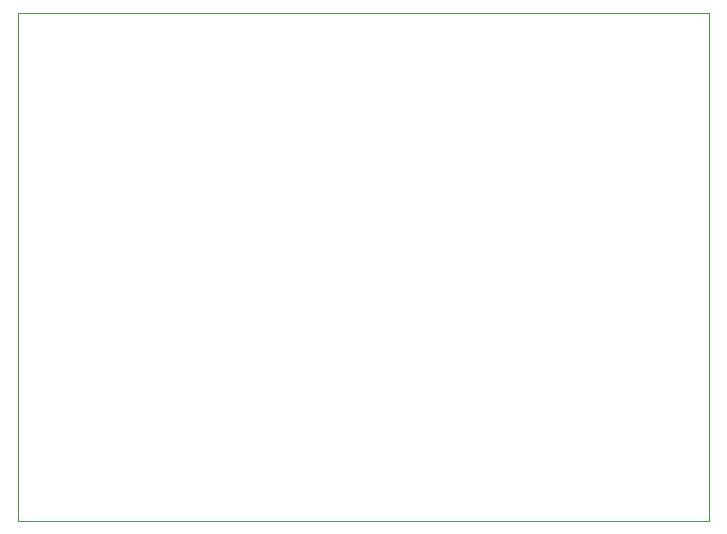
<source format=gbr>
%TF.GenerationSoftware,KiCad,Pcbnew,(6.0.10)*%
%TF.CreationDate,2023-02-17T09:21:37-08:00*%
%TF.ProjectId,Exercise2,45786572-6369-4736-9532-2e6b69636164,rev?*%
%TF.SameCoordinates,Original*%
%TF.FileFunction,Profile,NP*%
%FSLAX46Y46*%
G04 Gerber Fmt 4.6, Leading zero omitted, Abs format (unit mm)*
G04 Created by KiCad (PCBNEW (6.0.10)) date 2023-02-17 09:21:37*
%MOMM*%
%LPD*%
G01*
G04 APERTURE LIST*
%TA.AperFunction,Profile*%
%ADD10C,0.100000*%
%TD*%
G04 APERTURE END LIST*
D10*
X79500000Y-60000000D02*
X138000000Y-60000000D01*
X138000000Y-60000000D02*
X138000000Y-103000000D01*
X138000000Y-103000000D02*
X79500000Y-103000000D01*
X79500000Y-103000000D02*
X79500000Y-60000000D01*
M02*

</source>
